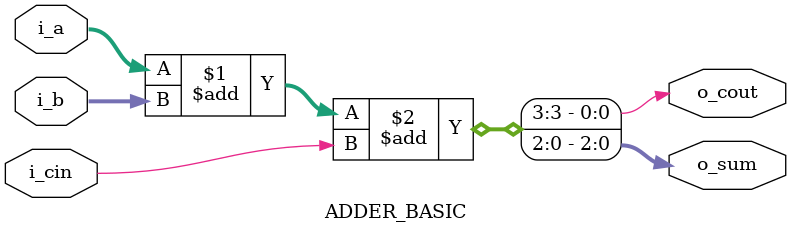
<source format=v>
`include "Timescale.v"
module ADDER_BASIC #(
    parameter P_DATA_WIDTH = 3
)(
    input [P_DATA_WIDTH-1:0] i_a ,
    input [P_DATA_WIDTH-1:0] i_b ,
    input                    i_cin ,  

    output [P_DATA_WIDTH-1:0]  o_sum ,
    output                     o_cout
);

assign {o_cout, o_sum} = i_a + i_b + i_cin;

endmodule
</source>
